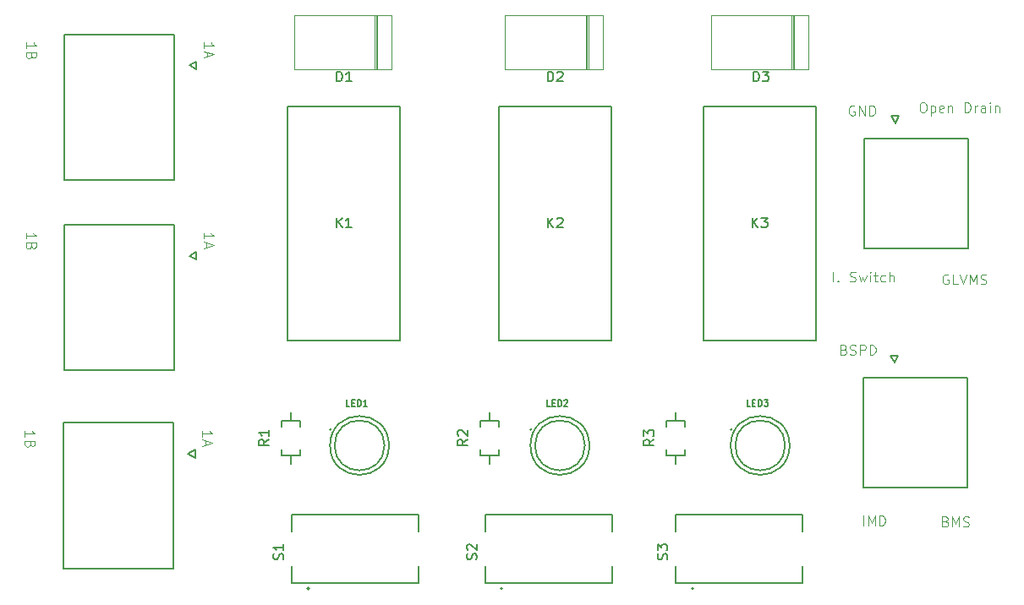
<source format=gbr>
%TF.GenerationSoftware,KiCad,Pcbnew,9.0.0*%
%TF.CreationDate,2025-05-05T23:55:40-07:00*%
%TF.ProjectId,Latchboard V9,4c617463-6862-46f6-9172-642056392e6b,rev?*%
%TF.SameCoordinates,Original*%
%TF.FileFunction,Legend,Top*%
%TF.FilePolarity,Positive*%
%FSLAX46Y46*%
G04 Gerber Fmt 4.6, Leading zero omitted, Abs format (unit mm)*
G04 Created by KiCad (PCBNEW 9.0.0) date 2025-05-05 23:55:40*
%MOMM*%
%LPD*%
G01*
G04 APERTURE LIST*
%ADD10C,0.100000*%
%ADD11C,0.150000*%
%ADD12C,0.127000*%
%ADD13C,0.120000*%
%ADD14C,0.200000*%
%ADD15C,0.152400*%
G04 APERTURE END LIST*
D10*
X70603330Y-61787693D02*
X70603330Y-61216265D01*
X70603330Y-61501979D02*
X71603330Y-61501979D01*
X71603330Y-61501979D02*
X71460473Y-61406741D01*
X71460473Y-61406741D02*
X71365235Y-61311503D01*
X71365235Y-61311503D02*
X71317616Y-61216265D01*
X70889045Y-62168646D02*
X70889045Y-62644836D01*
X70603330Y-62073408D02*
X71603330Y-62406741D01*
X71603330Y-62406741D02*
X70603330Y-62740074D01*
X52823330Y-61787693D02*
X52823330Y-61216265D01*
X52823330Y-61501979D02*
X53823330Y-61501979D01*
X53823330Y-61501979D02*
X53680473Y-61406741D01*
X53680473Y-61406741D02*
X53585235Y-61311503D01*
X53585235Y-61311503D02*
X53537616Y-61216265D01*
X53347140Y-62549598D02*
X53299521Y-62692455D01*
X53299521Y-62692455D02*
X53251902Y-62740074D01*
X53251902Y-62740074D02*
X53156664Y-62787693D01*
X53156664Y-62787693D02*
X53013807Y-62787693D01*
X53013807Y-62787693D02*
X52918569Y-62740074D01*
X52918569Y-62740074D02*
X52870950Y-62692455D01*
X52870950Y-62692455D02*
X52823330Y-62597217D01*
X52823330Y-62597217D02*
X52823330Y-62216265D01*
X52823330Y-62216265D02*
X53823330Y-62216265D01*
X53823330Y-62216265D02*
X53823330Y-62549598D01*
X53823330Y-62549598D02*
X53775711Y-62644836D01*
X53775711Y-62644836D02*
X53728092Y-62692455D01*
X53728092Y-62692455D02*
X53632854Y-62740074D01*
X53632854Y-62740074D02*
X53537616Y-62740074D01*
X53537616Y-62740074D02*
X53442378Y-62692455D01*
X53442378Y-62692455D02*
X53394759Y-62644836D01*
X53394759Y-62644836D02*
X53347140Y-62549598D01*
X53347140Y-62549598D02*
X53347140Y-62216265D01*
X133613884Y-85178169D02*
X133613884Y-84178169D01*
X134090074Y-85082930D02*
X134137693Y-85130550D01*
X134137693Y-85130550D02*
X134090074Y-85178169D01*
X134090074Y-85178169D02*
X134042455Y-85130550D01*
X134042455Y-85130550D02*
X134090074Y-85082930D01*
X134090074Y-85082930D02*
X134090074Y-85178169D01*
X135280550Y-85130550D02*
X135423407Y-85178169D01*
X135423407Y-85178169D02*
X135661502Y-85178169D01*
X135661502Y-85178169D02*
X135756740Y-85130550D01*
X135756740Y-85130550D02*
X135804359Y-85082930D01*
X135804359Y-85082930D02*
X135851978Y-84987692D01*
X135851978Y-84987692D02*
X135851978Y-84892454D01*
X135851978Y-84892454D02*
X135804359Y-84797216D01*
X135804359Y-84797216D02*
X135756740Y-84749597D01*
X135756740Y-84749597D02*
X135661502Y-84701978D01*
X135661502Y-84701978D02*
X135471026Y-84654359D01*
X135471026Y-84654359D02*
X135375788Y-84606740D01*
X135375788Y-84606740D02*
X135328169Y-84559121D01*
X135328169Y-84559121D02*
X135280550Y-84463883D01*
X135280550Y-84463883D02*
X135280550Y-84368645D01*
X135280550Y-84368645D02*
X135328169Y-84273407D01*
X135328169Y-84273407D02*
X135375788Y-84225788D01*
X135375788Y-84225788D02*
X135471026Y-84178169D01*
X135471026Y-84178169D02*
X135709121Y-84178169D01*
X135709121Y-84178169D02*
X135851978Y-84225788D01*
X136185312Y-84511502D02*
X136375788Y-85178169D01*
X136375788Y-85178169D02*
X136566264Y-84701978D01*
X136566264Y-84701978D02*
X136756740Y-85178169D01*
X136756740Y-85178169D02*
X136947216Y-84511502D01*
X137328169Y-85178169D02*
X137328169Y-84511502D01*
X137328169Y-84178169D02*
X137280550Y-84225788D01*
X137280550Y-84225788D02*
X137328169Y-84273407D01*
X137328169Y-84273407D02*
X137375788Y-84225788D01*
X137375788Y-84225788D02*
X137328169Y-84178169D01*
X137328169Y-84178169D02*
X137328169Y-84273407D01*
X137661502Y-84511502D02*
X138042454Y-84511502D01*
X137804359Y-84178169D02*
X137804359Y-85035311D01*
X137804359Y-85035311D02*
X137851978Y-85130550D01*
X137851978Y-85130550D02*
X137947216Y-85178169D01*
X137947216Y-85178169D02*
X138042454Y-85178169D01*
X138804359Y-85130550D02*
X138709121Y-85178169D01*
X138709121Y-85178169D02*
X138518645Y-85178169D01*
X138518645Y-85178169D02*
X138423407Y-85130550D01*
X138423407Y-85130550D02*
X138375788Y-85082930D01*
X138375788Y-85082930D02*
X138328169Y-84987692D01*
X138328169Y-84987692D02*
X138328169Y-84701978D01*
X138328169Y-84701978D02*
X138375788Y-84606740D01*
X138375788Y-84606740D02*
X138423407Y-84559121D01*
X138423407Y-84559121D02*
X138518645Y-84511502D01*
X138518645Y-84511502D02*
X138709121Y-84511502D01*
X138709121Y-84511502D02*
X138804359Y-84559121D01*
X139232931Y-85178169D02*
X139232931Y-84178169D01*
X139661502Y-85178169D02*
X139661502Y-84654359D01*
X139661502Y-84654359D02*
X139613883Y-84559121D01*
X139613883Y-84559121D02*
X139518645Y-84511502D01*
X139518645Y-84511502D02*
X139375788Y-84511502D01*
X139375788Y-84511502D02*
X139280550Y-84559121D01*
X139280550Y-84559121D02*
X139232931Y-84606740D01*
X145137693Y-84470038D02*
X145042455Y-84422419D01*
X145042455Y-84422419D02*
X144899598Y-84422419D01*
X144899598Y-84422419D02*
X144756741Y-84470038D01*
X144756741Y-84470038D02*
X144661503Y-84565276D01*
X144661503Y-84565276D02*
X144613884Y-84660514D01*
X144613884Y-84660514D02*
X144566265Y-84850990D01*
X144566265Y-84850990D02*
X144566265Y-84993847D01*
X144566265Y-84993847D02*
X144613884Y-85184323D01*
X144613884Y-85184323D02*
X144661503Y-85279561D01*
X144661503Y-85279561D02*
X144756741Y-85374800D01*
X144756741Y-85374800D02*
X144899598Y-85422419D01*
X144899598Y-85422419D02*
X144994836Y-85422419D01*
X144994836Y-85422419D02*
X145137693Y-85374800D01*
X145137693Y-85374800D02*
X145185312Y-85327180D01*
X145185312Y-85327180D02*
X145185312Y-84993847D01*
X145185312Y-84993847D02*
X144994836Y-84993847D01*
X146090074Y-85422419D02*
X145613884Y-85422419D01*
X145613884Y-85422419D02*
X145613884Y-84422419D01*
X146280551Y-84422419D02*
X146613884Y-85422419D01*
X146613884Y-85422419D02*
X146947217Y-84422419D01*
X147280551Y-85422419D02*
X147280551Y-84422419D01*
X147280551Y-84422419D02*
X147613884Y-85136704D01*
X147613884Y-85136704D02*
X147947217Y-84422419D01*
X147947217Y-84422419D02*
X147947217Y-85422419D01*
X148375789Y-85374800D02*
X148518646Y-85422419D01*
X148518646Y-85422419D02*
X148756741Y-85422419D01*
X148756741Y-85422419D02*
X148851979Y-85374800D01*
X148851979Y-85374800D02*
X148899598Y-85327180D01*
X148899598Y-85327180D02*
X148947217Y-85231942D01*
X148947217Y-85231942D02*
X148947217Y-85136704D01*
X148947217Y-85136704D02*
X148899598Y-85041466D01*
X148899598Y-85041466D02*
X148851979Y-84993847D01*
X148851979Y-84993847D02*
X148756741Y-84946228D01*
X148756741Y-84946228D02*
X148566265Y-84898609D01*
X148566265Y-84898609D02*
X148471027Y-84850990D01*
X148471027Y-84850990D02*
X148423408Y-84803371D01*
X148423408Y-84803371D02*
X148375789Y-84708133D01*
X148375789Y-84708133D02*
X148375789Y-84612895D01*
X148375789Y-84612895D02*
X148423408Y-84517657D01*
X148423408Y-84517657D02*
X148471027Y-84470038D01*
X148471027Y-84470038D02*
X148566265Y-84422419D01*
X148566265Y-84422419D02*
X148804360Y-84422419D01*
X148804360Y-84422419D02*
X148947217Y-84470038D01*
X142514360Y-67192419D02*
X142704836Y-67192419D01*
X142704836Y-67192419D02*
X142800074Y-67240038D01*
X142800074Y-67240038D02*
X142895312Y-67335276D01*
X142895312Y-67335276D02*
X142942931Y-67525752D01*
X142942931Y-67525752D02*
X142942931Y-67859085D01*
X142942931Y-67859085D02*
X142895312Y-68049561D01*
X142895312Y-68049561D02*
X142800074Y-68144800D01*
X142800074Y-68144800D02*
X142704836Y-68192419D01*
X142704836Y-68192419D02*
X142514360Y-68192419D01*
X142514360Y-68192419D02*
X142419122Y-68144800D01*
X142419122Y-68144800D02*
X142323884Y-68049561D01*
X142323884Y-68049561D02*
X142276265Y-67859085D01*
X142276265Y-67859085D02*
X142276265Y-67525752D01*
X142276265Y-67525752D02*
X142323884Y-67335276D01*
X142323884Y-67335276D02*
X142419122Y-67240038D01*
X142419122Y-67240038D02*
X142514360Y-67192419D01*
X143371503Y-67525752D02*
X143371503Y-68525752D01*
X143371503Y-67573371D02*
X143466741Y-67525752D01*
X143466741Y-67525752D02*
X143657217Y-67525752D01*
X143657217Y-67525752D02*
X143752455Y-67573371D01*
X143752455Y-67573371D02*
X143800074Y-67620990D01*
X143800074Y-67620990D02*
X143847693Y-67716228D01*
X143847693Y-67716228D02*
X143847693Y-68001942D01*
X143847693Y-68001942D02*
X143800074Y-68097180D01*
X143800074Y-68097180D02*
X143752455Y-68144800D01*
X143752455Y-68144800D02*
X143657217Y-68192419D01*
X143657217Y-68192419D02*
X143466741Y-68192419D01*
X143466741Y-68192419D02*
X143371503Y-68144800D01*
X144657217Y-68144800D02*
X144561979Y-68192419D01*
X144561979Y-68192419D02*
X144371503Y-68192419D01*
X144371503Y-68192419D02*
X144276265Y-68144800D01*
X144276265Y-68144800D02*
X144228646Y-68049561D01*
X144228646Y-68049561D02*
X144228646Y-67668609D01*
X144228646Y-67668609D02*
X144276265Y-67573371D01*
X144276265Y-67573371D02*
X144371503Y-67525752D01*
X144371503Y-67525752D02*
X144561979Y-67525752D01*
X144561979Y-67525752D02*
X144657217Y-67573371D01*
X144657217Y-67573371D02*
X144704836Y-67668609D01*
X144704836Y-67668609D02*
X144704836Y-67763847D01*
X144704836Y-67763847D02*
X144228646Y-67859085D01*
X145133408Y-67525752D02*
X145133408Y-68192419D01*
X145133408Y-67620990D02*
X145181027Y-67573371D01*
X145181027Y-67573371D02*
X145276265Y-67525752D01*
X145276265Y-67525752D02*
X145419122Y-67525752D01*
X145419122Y-67525752D02*
X145514360Y-67573371D01*
X145514360Y-67573371D02*
X145561979Y-67668609D01*
X145561979Y-67668609D02*
X145561979Y-68192419D01*
X146800075Y-68192419D02*
X146800075Y-67192419D01*
X146800075Y-67192419D02*
X147038170Y-67192419D01*
X147038170Y-67192419D02*
X147181027Y-67240038D01*
X147181027Y-67240038D02*
X147276265Y-67335276D01*
X147276265Y-67335276D02*
X147323884Y-67430514D01*
X147323884Y-67430514D02*
X147371503Y-67620990D01*
X147371503Y-67620990D02*
X147371503Y-67763847D01*
X147371503Y-67763847D02*
X147323884Y-67954323D01*
X147323884Y-67954323D02*
X147276265Y-68049561D01*
X147276265Y-68049561D02*
X147181027Y-68144800D01*
X147181027Y-68144800D02*
X147038170Y-68192419D01*
X147038170Y-68192419D02*
X146800075Y-68192419D01*
X147800075Y-68192419D02*
X147800075Y-67525752D01*
X147800075Y-67716228D02*
X147847694Y-67620990D01*
X147847694Y-67620990D02*
X147895313Y-67573371D01*
X147895313Y-67573371D02*
X147990551Y-67525752D01*
X147990551Y-67525752D02*
X148085789Y-67525752D01*
X148847694Y-68192419D02*
X148847694Y-67668609D01*
X148847694Y-67668609D02*
X148800075Y-67573371D01*
X148800075Y-67573371D02*
X148704837Y-67525752D01*
X148704837Y-67525752D02*
X148514361Y-67525752D01*
X148514361Y-67525752D02*
X148419123Y-67573371D01*
X148847694Y-68144800D02*
X148752456Y-68192419D01*
X148752456Y-68192419D02*
X148514361Y-68192419D01*
X148514361Y-68192419D02*
X148419123Y-68144800D01*
X148419123Y-68144800D02*
X148371504Y-68049561D01*
X148371504Y-68049561D02*
X148371504Y-67954323D01*
X148371504Y-67954323D02*
X148419123Y-67859085D01*
X148419123Y-67859085D02*
X148514361Y-67811466D01*
X148514361Y-67811466D02*
X148752456Y-67811466D01*
X148752456Y-67811466D02*
X148847694Y-67763847D01*
X149323885Y-68192419D02*
X149323885Y-67525752D01*
X149323885Y-67192419D02*
X149276266Y-67240038D01*
X149276266Y-67240038D02*
X149323885Y-67287657D01*
X149323885Y-67287657D02*
X149371504Y-67240038D01*
X149371504Y-67240038D02*
X149323885Y-67192419D01*
X149323885Y-67192419D02*
X149323885Y-67287657D01*
X149800075Y-67525752D02*
X149800075Y-68192419D01*
X149800075Y-67620990D02*
X149847694Y-67573371D01*
X149847694Y-67573371D02*
X149942932Y-67525752D01*
X149942932Y-67525752D02*
X150085789Y-67525752D01*
X150085789Y-67525752D02*
X150181027Y-67573371D01*
X150181027Y-67573371D02*
X150228646Y-67668609D01*
X150228646Y-67668609D02*
X150228646Y-68192419D01*
X135737693Y-67570038D02*
X135642455Y-67522419D01*
X135642455Y-67522419D02*
X135499598Y-67522419D01*
X135499598Y-67522419D02*
X135356741Y-67570038D01*
X135356741Y-67570038D02*
X135261503Y-67665276D01*
X135261503Y-67665276D02*
X135213884Y-67760514D01*
X135213884Y-67760514D02*
X135166265Y-67950990D01*
X135166265Y-67950990D02*
X135166265Y-68093847D01*
X135166265Y-68093847D02*
X135213884Y-68284323D01*
X135213884Y-68284323D02*
X135261503Y-68379561D01*
X135261503Y-68379561D02*
X135356741Y-68474800D01*
X135356741Y-68474800D02*
X135499598Y-68522419D01*
X135499598Y-68522419D02*
X135594836Y-68522419D01*
X135594836Y-68522419D02*
X135737693Y-68474800D01*
X135737693Y-68474800D02*
X135785312Y-68427180D01*
X135785312Y-68427180D02*
X135785312Y-68093847D01*
X135785312Y-68093847D02*
X135594836Y-68093847D01*
X136213884Y-68522419D02*
X136213884Y-67522419D01*
X136213884Y-67522419D02*
X136785312Y-68522419D01*
X136785312Y-68522419D02*
X136785312Y-67522419D01*
X137261503Y-68522419D02*
X137261503Y-67522419D01*
X137261503Y-67522419D02*
X137499598Y-67522419D01*
X137499598Y-67522419D02*
X137642455Y-67570038D01*
X137642455Y-67570038D02*
X137737693Y-67665276D01*
X137737693Y-67665276D02*
X137785312Y-67760514D01*
X137785312Y-67760514D02*
X137832931Y-67950990D01*
X137832931Y-67950990D02*
X137832931Y-68093847D01*
X137832931Y-68093847D02*
X137785312Y-68284323D01*
X137785312Y-68284323D02*
X137737693Y-68379561D01*
X137737693Y-68379561D02*
X137642455Y-68474800D01*
X137642455Y-68474800D02*
X137499598Y-68522419D01*
X137499598Y-68522419D02*
X137261503Y-68522419D01*
X134677217Y-91982859D02*
X134820074Y-92030478D01*
X134820074Y-92030478D02*
X134867693Y-92078097D01*
X134867693Y-92078097D02*
X134915312Y-92173335D01*
X134915312Y-92173335D02*
X134915312Y-92316192D01*
X134915312Y-92316192D02*
X134867693Y-92411430D01*
X134867693Y-92411430D02*
X134820074Y-92459050D01*
X134820074Y-92459050D02*
X134724836Y-92506669D01*
X134724836Y-92506669D02*
X134343884Y-92506669D01*
X134343884Y-92506669D02*
X134343884Y-91506669D01*
X134343884Y-91506669D02*
X134677217Y-91506669D01*
X134677217Y-91506669D02*
X134772455Y-91554288D01*
X134772455Y-91554288D02*
X134820074Y-91601907D01*
X134820074Y-91601907D02*
X134867693Y-91697145D01*
X134867693Y-91697145D02*
X134867693Y-91792383D01*
X134867693Y-91792383D02*
X134820074Y-91887621D01*
X134820074Y-91887621D02*
X134772455Y-91935240D01*
X134772455Y-91935240D02*
X134677217Y-91982859D01*
X134677217Y-91982859D02*
X134343884Y-91982859D01*
X135296265Y-92459050D02*
X135439122Y-92506669D01*
X135439122Y-92506669D02*
X135677217Y-92506669D01*
X135677217Y-92506669D02*
X135772455Y-92459050D01*
X135772455Y-92459050D02*
X135820074Y-92411430D01*
X135820074Y-92411430D02*
X135867693Y-92316192D01*
X135867693Y-92316192D02*
X135867693Y-92220954D01*
X135867693Y-92220954D02*
X135820074Y-92125716D01*
X135820074Y-92125716D02*
X135772455Y-92078097D01*
X135772455Y-92078097D02*
X135677217Y-92030478D01*
X135677217Y-92030478D02*
X135486741Y-91982859D01*
X135486741Y-91982859D02*
X135391503Y-91935240D01*
X135391503Y-91935240D02*
X135343884Y-91887621D01*
X135343884Y-91887621D02*
X135296265Y-91792383D01*
X135296265Y-91792383D02*
X135296265Y-91697145D01*
X135296265Y-91697145D02*
X135343884Y-91601907D01*
X135343884Y-91601907D02*
X135391503Y-91554288D01*
X135391503Y-91554288D02*
X135486741Y-91506669D01*
X135486741Y-91506669D02*
X135724836Y-91506669D01*
X135724836Y-91506669D02*
X135867693Y-91554288D01*
X136296265Y-92506669D02*
X136296265Y-91506669D01*
X136296265Y-91506669D02*
X136677217Y-91506669D01*
X136677217Y-91506669D02*
X136772455Y-91554288D01*
X136772455Y-91554288D02*
X136820074Y-91601907D01*
X136820074Y-91601907D02*
X136867693Y-91697145D01*
X136867693Y-91697145D02*
X136867693Y-91840002D01*
X136867693Y-91840002D02*
X136820074Y-91935240D01*
X136820074Y-91935240D02*
X136772455Y-91982859D01*
X136772455Y-91982859D02*
X136677217Y-92030478D01*
X136677217Y-92030478D02*
X136296265Y-92030478D01*
X137296265Y-92506669D02*
X137296265Y-91506669D01*
X137296265Y-91506669D02*
X137534360Y-91506669D01*
X137534360Y-91506669D02*
X137677217Y-91554288D01*
X137677217Y-91554288D02*
X137772455Y-91649526D01*
X137772455Y-91649526D02*
X137820074Y-91744764D01*
X137820074Y-91744764D02*
X137867693Y-91935240D01*
X137867693Y-91935240D02*
X137867693Y-92078097D01*
X137867693Y-92078097D02*
X137820074Y-92268573D01*
X137820074Y-92268573D02*
X137772455Y-92363811D01*
X137772455Y-92363811D02*
X137677217Y-92459050D01*
X137677217Y-92459050D02*
X137534360Y-92506669D01*
X137534360Y-92506669D02*
X137296265Y-92506669D01*
X144877217Y-109182859D02*
X145020074Y-109230478D01*
X145020074Y-109230478D02*
X145067693Y-109278097D01*
X145067693Y-109278097D02*
X145115312Y-109373335D01*
X145115312Y-109373335D02*
X145115312Y-109516192D01*
X145115312Y-109516192D02*
X145067693Y-109611430D01*
X145067693Y-109611430D02*
X145020074Y-109659050D01*
X145020074Y-109659050D02*
X144924836Y-109706669D01*
X144924836Y-109706669D02*
X144543884Y-109706669D01*
X144543884Y-109706669D02*
X144543884Y-108706669D01*
X144543884Y-108706669D02*
X144877217Y-108706669D01*
X144877217Y-108706669D02*
X144972455Y-108754288D01*
X144972455Y-108754288D02*
X145020074Y-108801907D01*
X145020074Y-108801907D02*
X145067693Y-108897145D01*
X145067693Y-108897145D02*
X145067693Y-108992383D01*
X145067693Y-108992383D02*
X145020074Y-109087621D01*
X145020074Y-109087621D02*
X144972455Y-109135240D01*
X144972455Y-109135240D02*
X144877217Y-109182859D01*
X144877217Y-109182859D02*
X144543884Y-109182859D01*
X145543884Y-109706669D02*
X145543884Y-108706669D01*
X145543884Y-108706669D02*
X145877217Y-109420954D01*
X145877217Y-109420954D02*
X146210550Y-108706669D01*
X146210550Y-108706669D02*
X146210550Y-109706669D01*
X146639122Y-109659050D02*
X146781979Y-109706669D01*
X146781979Y-109706669D02*
X147020074Y-109706669D01*
X147020074Y-109706669D02*
X147115312Y-109659050D01*
X147115312Y-109659050D02*
X147162931Y-109611430D01*
X147162931Y-109611430D02*
X147210550Y-109516192D01*
X147210550Y-109516192D02*
X147210550Y-109420954D01*
X147210550Y-109420954D02*
X147162931Y-109325716D01*
X147162931Y-109325716D02*
X147115312Y-109278097D01*
X147115312Y-109278097D02*
X147020074Y-109230478D01*
X147020074Y-109230478D02*
X146829598Y-109182859D01*
X146829598Y-109182859D02*
X146734360Y-109135240D01*
X146734360Y-109135240D02*
X146686741Y-109087621D01*
X146686741Y-109087621D02*
X146639122Y-108992383D01*
X146639122Y-108992383D02*
X146639122Y-108897145D01*
X146639122Y-108897145D02*
X146686741Y-108801907D01*
X146686741Y-108801907D02*
X146734360Y-108754288D01*
X146734360Y-108754288D02*
X146829598Y-108706669D01*
X146829598Y-108706669D02*
X147067693Y-108706669D01*
X147067693Y-108706669D02*
X147210550Y-108754288D01*
X136643884Y-109606669D02*
X136643884Y-108606669D01*
X137120074Y-109606669D02*
X137120074Y-108606669D01*
X137120074Y-108606669D02*
X137453407Y-109320954D01*
X137453407Y-109320954D02*
X137786740Y-108606669D01*
X137786740Y-108606669D02*
X137786740Y-109606669D01*
X138262931Y-109606669D02*
X138262931Y-108606669D01*
X138262931Y-108606669D02*
X138501026Y-108606669D01*
X138501026Y-108606669D02*
X138643883Y-108654288D01*
X138643883Y-108654288D02*
X138739121Y-108749526D01*
X138739121Y-108749526D02*
X138786740Y-108844764D01*
X138786740Y-108844764D02*
X138834359Y-109035240D01*
X138834359Y-109035240D02*
X138834359Y-109178097D01*
X138834359Y-109178097D02*
X138786740Y-109368573D01*
X138786740Y-109368573D02*
X138739121Y-109463811D01*
X138739121Y-109463811D02*
X138643883Y-109559050D01*
X138643883Y-109559050D02*
X138501026Y-109606669D01*
X138501026Y-109606669D02*
X138262931Y-109606669D01*
X70577580Y-80857693D02*
X70577580Y-80286265D01*
X70577580Y-80571979D02*
X71577580Y-80571979D01*
X71577580Y-80571979D02*
X71434723Y-80476741D01*
X71434723Y-80476741D02*
X71339485Y-80381503D01*
X71339485Y-80381503D02*
X71291866Y-80286265D01*
X70863295Y-81238646D02*
X70863295Y-81714836D01*
X70577580Y-81143408D02*
X71577580Y-81476741D01*
X71577580Y-81476741D02*
X70577580Y-81810074D01*
X52797580Y-80857693D02*
X52797580Y-80286265D01*
X52797580Y-80571979D02*
X53797580Y-80571979D01*
X53797580Y-80571979D02*
X53654723Y-80476741D01*
X53654723Y-80476741D02*
X53559485Y-80381503D01*
X53559485Y-80381503D02*
X53511866Y-80286265D01*
X53321390Y-81619598D02*
X53273771Y-81762455D01*
X53273771Y-81762455D02*
X53226152Y-81810074D01*
X53226152Y-81810074D02*
X53130914Y-81857693D01*
X53130914Y-81857693D02*
X52988057Y-81857693D01*
X52988057Y-81857693D02*
X52892819Y-81810074D01*
X52892819Y-81810074D02*
X52845200Y-81762455D01*
X52845200Y-81762455D02*
X52797580Y-81667217D01*
X52797580Y-81667217D02*
X52797580Y-81286265D01*
X52797580Y-81286265D02*
X53797580Y-81286265D01*
X53797580Y-81286265D02*
X53797580Y-81619598D01*
X53797580Y-81619598D02*
X53749961Y-81714836D01*
X53749961Y-81714836D02*
X53702342Y-81762455D01*
X53702342Y-81762455D02*
X53607104Y-81810074D01*
X53607104Y-81810074D02*
X53511866Y-81810074D01*
X53511866Y-81810074D02*
X53416628Y-81762455D01*
X53416628Y-81762455D02*
X53369009Y-81714836D01*
X53369009Y-81714836D02*
X53321390Y-81619598D01*
X53321390Y-81619598D02*
X53321390Y-81286265D01*
X70457580Y-100697693D02*
X70457580Y-100126265D01*
X70457580Y-100411979D02*
X71457580Y-100411979D01*
X71457580Y-100411979D02*
X71314723Y-100316741D01*
X71314723Y-100316741D02*
X71219485Y-100221503D01*
X71219485Y-100221503D02*
X71171866Y-100126265D01*
X70743295Y-101078646D02*
X70743295Y-101554836D01*
X70457580Y-100983408D02*
X71457580Y-101316741D01*
X71457580Y-101316741D02*
X70457580Y-101650074D01*
X52677580Y-100697693D02*
X52677580Y-100126265D01*
X52677580Y-100411979D02*
X53677580Y-100411979D01*
X53677580Y-100411979D02*
X53534723Y-100316741D01*
X53534723Y-100316741D02*
X53439485Y-100221503D01*
X53439485Y-100221503D02*
X53391866Y-100126265D01*
X53201390Y-101459598D02*
X53153771Y-101602455D01*
X53153771Y-101602455D02*
X53106152Y-101650074D01*
X53106152Y-101650074D02*
X53010914Y-101697693D01*
X53010914Y-101697693D02*
X52868057Y-101697693D01*
X52868057Y-101697693D02*
X52772819Y-101650074D01*
X52772819Y-101650074D02*
X52725200Y-101602455D01*
X52725200Y-101602455D02*
X52677580Y-101507217D01*
X52677580Y-101507217D02*
X52677580Y-101126265D01*
X52677580Y-101126265D02*
X53677580Y-101126265D01*
X53677580Y-101126265D02*
X53677580Y-101459598D01*
X53677580Y-101459598D02*
X53629961Y-101554836D01*
X53629961Y-101554836D02*
X53582342Y-101602455D01*
X53582342Y-101602455D02*
X53487104Y-101650074D01*
X53487104Y-101650074D02*
X53391866Y-101650074D01*
X53391866Y-101650074D02*
X53296628Y-101602455D01*
X53296628Y-101602455D02*
X53249009Y-101554836D01*
X53249009Y-101554836D02*
X53201390Y-101459598D01*
X53201390Y-101459598D02*
X53201390Y-101126265D01*
D11*
X105021905Y-65114819D02*
X105021905Y-64114819D01*
X105021905Y-64114819D02*
X105260000Y-64114819D01*
X105260000Y-64114819D02*
X105402857Y-64162438D01*
X105402857Y-64162438D02*
X105498095Y-64257676D01*
X105498095Y-64257676D02*
X105545714Y-64352914D01*
X105545714Y-64352914D02*
X105593333Y-64543390D01*
X105593333Y-64543390D02*
X105593333Y-64686247D01*
X105593333Y-64686247D02*
X105545714Y-64876723D01*
X105545714Y-64876723D02*
X105498095Y-64971961D01*
X105498095Y-64971961D02*
X105402857Y-65067200D01*
X105402857Y-65067200D02*
X105260000Y-65114819D01*
X105260000Y-65114819D02*
X105021905Y-65114819D01*
X105974286Y-64210057D02*
X106021905Y-64162438D01*
X106021905Y-64162438D02*
X106117143Y-64114819D01*
X106117143Y-64114819D02*
X106355238Y-64114819D01*
X106355238Y-64114819D02*
X106450476Y-64162438D01*
X106450476Y-64162438D02*
X106498095Y-64210057D01*
X106498095Y-64210057D02*
X106545714Y-64305295D01*
X106545714Y-64305295D02*
X106545714Y-64400533D01*
X106545714Y-64400533D02*
X106498095Y-64543390D01*
X106498095Y-64543390D02*
X105926667Y-65114819D01*
X105926667Y-65114819D02*
X106545714Y-65114819D01*
X77105546Y-100987245D02*
X76628988Y-101320835D01*
X77105546Y-101559114D02*
X76104774Y-101559114D01*
X76104774Y-101559114D02*
X76104774Y-101177868D01*
X76104774Y-101177868D02*
X76152430Y-101082556D01*
X76152430Y-101082556D02*
X76200086Y-101034901D01*
X76200086Y-101034901D02*
X76295398Y-100987245D01*
X76295398Y-100987245D02*
X76438365Y-100987245D01*
X76438365Y-100987245D02*
X76533677Y-101034901D01*
X76533677Y-101034901D02*
X76581332Y-101082556D01*
X76581332Y-101082556D02*
X76628988Y-101177868D01*
X76628988Y-101177868D02*
X76628988Y-101559114D01*
X77105546Y-100034129D02*
X77105546Y-100605998D01*
X77105546Y-100320063D02*
X76104774Y-100320063D01*
X76104774Y-100320063D02*
X76247742Y-100415375D01*
X76247742Y-100415375D02*
X76343053Y-100510687D01*
X76343053Y-100510687D02*
X76390709Y-100605998D01*
X116982200Y-113011154D02*
X117029819Y-112868297D01*
X117029819Y-112868297D02*
X117029819Y-112630202D01*
X117029819Y-112630202D02*
X116982200Y-112534964D01*
X116982200Y-112534964D02*
X116934580Y-112487345D01*
X116934580Y-112487345D02*
X116839342Y-112439726D01*
X116839342Y-112439726D02*
X116744104Y-112439726D01*
X116744104Y-112439726D02*
X116648866Y-112487345D01*
X116648866Y-112487345D02*
X116601247Y-112534964D01*
X116601247Y-112534964D02*
X116553628Y-112630202D01*
X116553628Y-112630202D02*
X116506009Y-112820678D01*
X116506009Y-112820678D02*
X116458390Y-112915916D01*
X116458390Y-112915916D02*
X116410771Y-112963535D01*
X116410771Y-112963535D02*
X116315533Y-113011154D01*
X116315533Y-113011154D02*
X116220295Y-113011154D01*
X116220295Y-113011154D02*
X116125057Y-112963535D01*
X116125057Y-112963535D02*
X116077438Y-112915916D01*
X116077438Y-112915916D02*
X116029819Y-112820678D01*
X116029819Y-112820678D02*
X116029819Y-112582583D01*
X116029819Y-112582583D02*
X116077438Y-112439726D01*
X116029819Y-112106392D02*
X116029819Y-111487345D01*
X116029819Y-111487345D02*
X116410771Y-111820678D01*
X116410771Y-111820678D02*
X116410771Y-111677821D01*
X116410771Y-111677821D02*
X116458390Y-111582583D01*
X116458390Y-111582583D02*
X116506009Y-111534964D01*
X116506009Y-111534964D02*
X116601247Y-111487345D01*
X116601247Y-111487345D02*
X116839342Y-111487345D01*
X116839342Y-111487345D02*
X116934580Y-111534964D01*
X116934580Y-111534964D02*
X116982200Y-111582583D01*
X116982200Y-111582583D02*
X117029819Y-111677821D01*
X117029819Y-111677821D02*
X117029819Y-111963535D01*
X117029819Y-111963535D02*
X116982200Y-112058773D01*
X116982200Y-112058773D02*
X116934580Y-112106392D01*
X83881905Y-65114819D02*
X83881905Y-64114819D01*
X83881905Y-64114819D02*
X84120000Y-64114819D01*
X84120000Y-64114819D02*
X84262857Y-64162438D01*
X84262857Y-64162438D02*
X84358095Y-64257676D01*
X84358095Y-64257676D02*
X84405714Y-64352914D01*
X84405714Y-64352914D02*
X84453333Y-64543390D01*
X84453333Y-64543390D02*
X84453333Y-64686247D01*
X84453333Y-64686247D02*
X84405714Y-64876723D01*
X84405714Y-64876723D02*
X84358095Y-64971961D01*
X84358095Y-64971961D02*
X84262857Y-65067200D01*
X84262857Y-65067200D02*
X84120000Y-65114819D01*
X84120000Y-65114819D02*
X83881905Y-65114819D01*
X85405714Y-65114819D02*
X84834286Y-65114819D01*
X85120000Y-65114819D02*
X85120000Y-64114819D01*
X85120000Y-64114819D02*
X85024762Y-64257676D01*
X85024762Y-64257676D02*
X84929524Y-64352914D01*
X84929524Y-64352914D02*
X84834286Y-64400533D01*
X125313932Y-97654416D02*
X125008588Y-97654416D01*
X125008588Y-97654416D02*
X125008588Y-97013194D01*
X125527672Y-97318538D02*
X125741413Y-97318538D01*
X125833016Y-97654416D02*
X125527672Y-97654416D01*
X125527672Y-97654416D02*
X125527672Y-97013194D01*
X125527672Y-97013194D02*
X125833016Y-97013194D01*
X126107825Y-97654416D02*
X126107825Y-97013194D01*
X126107825Y-97013194D02*
X126260497Y-97013194D01*
X126260497Y-97013194D02*
X126352100Y-97043728D01*
X126352100Y-97043728D02*
X126413169Y-97104797D01*
X126413169Y-97104797D02*
X126443704Y-97165866D01*
X126443704Y-97165866D02*
X126474238Y-97288003D01*
X126474238Y-97288003D02*
X126474238Y-97379606D01*
X126474238Y-97379606D02*
X126443704Y-97501744D01*
X126443704Y-97501744D02*
X126413169Y-97562813D01*
X126413169Y-97562813D02*
X126352100Y-97623882D01*
X126352100Y-97623882D02*
X126260497Y-97654416D01*
X126260497Y-97654416D02*
X126107825Y-97654416D01*
X126687979Y-97013194D02*
X127084926Y-97013194D01*
X127084926Y-97013194D02*
X126871185Y-97257469D01*
X126871185Y-97257469D02*
X126962788Y-97257469D01*
X126962788Y-97257469D02*
X127023857Y-97288003D01*
X127023857Y-97288003D02*
X127054391Y-97318538D01*
X127054391Y-97318538D02*
X127084926Y-97379606D01*
X127084926Y-97379606D02*
X127084926Y-97532278D01*
X127084926Y-97532278D02*
X127054391Y-97593347D01*
X127054391Y-97593347D02*
X127023857Y-97623882D01*
X127023857Y-97623882D02*
X126962788Y-97654416D01*
X126962788Y-97654416D02*
X126779582Y-97654416D01*
X126779582Y-97654416D02*
X126718513Y-97623882D01*
X126718513Y-97623882D02*
X126687979Y-97593347D01*
X125621905Y-65114819D02*
X125621905Y-64114819D01*
X125621905Y-64114819D02*
X125860000Y-64114819D01*
X125860000Y-64114819D02*
X126002857Y-64162438D01*
X126002857Y-64162438D02*
X126098095Y-64257676D01*
X126098095Y-64257676D02*
X126145714Y-64352914D01*
X126145714Y-64352914D02*
X126193333Y-64543390D01*
X126193333Y-64543390D02*
X126193333Y-64686247D01*
X126193333Y-64686247D02*
X126145714Y-64876723D01*
X126145714Y-64876723D02*
X126098095Y-64971961D01*
X126098095Y-64971961D02*
X126002857Y-65067200D01*
X126002857Y-65067200D02*
X125860000Y-65114819D01*
X125860000Y-65114819D02*
X125621905Y-65114819D01*
X126526667Y-64114819D02*
X127145714Y-64114819D01*
X127145714Y-64114819D02*
X126812381Y-64495771D01*
X126812381Y-64495771D02*
X126955238Y-64495771D01*
X126955238Y-64495771D02*
X127050476Y-64543390D01*
X127050476Y-64543390D02*
X127098095Y-64591009D01*
X127098095Y-64591009D02*
X127145714Y-64686247D01*
X127145714Y-64686247D02*
X127145714Y-64924342D01*
X127145714Y-64924342D02*
X127098095Y-65019580D01*
X127098095Y-65019580D02*
X127050476Y-65067200D01*
X127050476Y-65067200D02*
X126955238Y-65114819D01*
X126955238Y-65114819D02*
X126669524Y-65114819D01*
X126669524Y-65114819D02*
X126574286Y-65067200D01*
X126574286Y-65067200D02*
X126526667Y-65019580D01*
X85193932Y-97654416D02*
X84888588Y-97654416D01*
X84888588Y-97654416D02*
X84888588Y-97013194D01*
X85407672Y-97318538D02*
X85621413Y-97318538D01*
X85713016Y-97654416D02*
X85407672Y-97654416D01*
X85407672Y-97654416D02*
X85407672Y-97013194D01*
X85407672Y-97013194D02*
X85713016Y-97013194D01*
X85987825Y-97654416D02*
X85987825Y-97013194D01*
X85987825Y-97013194D02*
X86140497Y-97013194D01*
X86140497Y-97013194D02*
X86232100Y-97043728D01*
X86232100Y-97043728D02*
X86293169Y-97104797D01*
X86293169Y-97104797D02*
X86323704Y-97165866D01*
X86323704Y-97165866D02*
X86354238Y-97288003D01*
X86354238Y-97288003D02*
X86354238Y-97379606D01*
X86354238Y-97379606D02*
X86323704Y-97501744D01*
X86323704Y-97501744D02*
X86293169Y-97562813D01*
X86293169Y-97562813D02*
X86232100Y-97623882D01*
X86232100Y-97623882D02*
X86140497Y-97654416D01*
X86140497Y-97654416D02*
X85987825Y-97654416D01*
X86964926Y-97654416D02*
X86598513Y-97654416D01*
X86781719Y-97654416D02*
X86781719Y-97013194D01*
X86781719Y-97013194D02*
X86720651Y-97104797D01*
X86720651Y-97104797D02*
X86659582Y-97165866D01*
X86659582Y-97165866D02*
X86598513Y-97196400D01*
X97005546Y-100987245D02*
X96528988Y-101320835D01*
X97005546Y-101559114D02*
X96004774Y-101559114D01*
X96004774Y-101559114D02*
X96004774Y-101177868D01*
X96004774Y-101177868D02*
X96052430Y-101082556D01*
X96052430Y-101082556D02*
X96100086Y-101034901D01*
X96100086Y-101034901D02*
X96195398Y-100987245D01*
X96195398Y-100987245D02*
X96338365Y-100987245D01*
X96338365Y-100987245D02*
X96433677Y-101034901D01*
X96433677Y-101034901D02*
X96481332Y-101082556D01*
X96481332Y-101082556D02*
X96528988Y-101177868D01*
X96528988Y-101177868D02*
X96528988Y-101559114D01*
X96100086Y-100605998D02*
X96052430Y-100558342D01*
X96052430Y-100558342D02*
X96004774Y-100463031D01*
X96004774Y-100463031D02*
X96004774Y-100224752D01*
X96004774Y-100224752D02*
X96052430Y-100129440D01*
X96052430Y-100129440D02*
X96100086Y-100081784D01*
X96100086Y-100081784D02*
X96195398Y-100034129D01*
X96195398Y-100034129D02*
X96290709Y-100034129D01*
X96290709Y-100034129D02*
X96433677Y-100081784D01*
X96433677Y-100081784D02*
X97005546Y-100653654D01*
X97005546Y-100653654D02*
X97005546Y-100034129D01*
X125501905Y-79759919D02*
X125501905Y-78759919D01*
X126073333Y-79759919D02*
X125644762Y-79188490D01*
X126073333Y-78759919D02*
X125501905Y-79331347D01*
X126406667Y-78759919D02*
X127025714Y-78759919D01*
X127025714Y-78759919D02*
X126692381Y-79140871D01*
X126692381Y-79140871D02*
X126835238Y-79140871D01*
X126835238Y-79140871D02*
X126930476Y-79188490D01*
X126930476Y-79188490D02*
X126978095Y-79236109D01*
X126978095Y-79236109D02*
X127025714Y-79331347D01*
X127025714Y-79331347D02*
X127025714Y-79569442D01*
X127025714Y-79569442D02*
X126978095Y-79664680D01*
X126978095Y-79664680D02*
X126930476Y-79712300D01*
X126930476Y-79712300D02*
X126835238Y-79759919D01*
X126835238Y-79759919D02*
X126549524Y-79759919D01*
X126549524Y-79759919D02*
X126454286Y-79712300D01*
X126454286Y-79712300D02*
X126406667Y-79664680D01*
X105011905Y-79759919D02*
X105011905Y-78759919D01*
X105583333Y-79759919D02*
X105154762Y-79188490D01*
X105583333Y-78759919D02*
X105011905Y-79331347D01*
X105964286Y-78855157D02*
X106011905Y-78807538D01*
X106011905Y-78807538D02*
X106107143Y-78759919D01*
X106107143Y-78759919D02*
X106345238Y-78759919D01*
X106345238Y-78759919D02*
X106440476Y-78807538D01*
X106440476Y-78807538D02*
X106488095Y-78855157D01*
X106488095Y-78855157D02*
X106535714Y-78950395D01*
X106535714Y-78950395D02*
X106535714Y-79045633D01*
X106535714Y-79045633D02*
X106488095Y-79188490D01*
X106488095Y-79188490D02*
X105916667Y-79759919D01*
X105916667Y-79759919D02*
X106535714Y-79759919D01*
X83871905Y-79759919D02*
X83871905Y-78759919D01*
X84443333Y-79759919D02*
X84014762Y-79188490D01*
X84443333Y-78759919D02*
X83871905Y-79331347D01*
X85395714Y-79759919D02*
X84824286Y-79759919D01*
X85110000Y-79759919D02*
X85110000Y-78759919D01*
X85110000Y-78759919D02*
X85014762Y-78902776D01*
X85014762Y-78902776D02*
X84919524Y-78998014D01*
X84919524Y-78998014D02*
X84824286Y-79045633D01*
X115655546Y-100987245D02*
X115178988Y-101320835D01*
X115655546Y-101559114D02*
X114654774Y-101559114D01*
X114654774Y-101559114D02*
X114654774Y-101177868D01*
X114654774Y-101177868D02*
X114702430Y-101082556D01*
X114702430Y-101082556D02*
X114750086Y-101034901D01*
X114750086Y-101034901D02*
X114845398Y-100987245D01*
X114845398Y-100987245D02*
X114988365Y-100987245D01*
X114988365Y-100987245D02*
X115083677Y-101034901D01*
X115083677Y-101034901D02*
X115131332Y-101082556D01*
X115131332Y-101082556D02*
X115178988Y-101177868D01*
X115178988Y-101177868D02*
X115178988Y-101559114D01*
X114654774Y-100653654D02*
X114654774Y-100034129D01*
X114654774Y-100034129D02*
X115036021Y-100367719D01*
X115036021Y-100367719D02*
X115036021Y-100224752D01*
X115036021Y-100224752D02*
X115083677Y-100129440D01*
X115083677Y-100129440D02*
X115131332Y-100081784D01*
X115131332Y-100081784D02*
X115226644Y-100034129D01*
X115226644Y-100034129D02*
X115464923Y-100034129D01*
X115464923Y-100034129D02*
X115560235Y-100081784D01*
X115560235Y-100081784D02*
X115607891Y-100129440D01*
X115607891Y-100129440D02*
X115655546Y-100224752D01*
X115655546Y-100224752D02*
X115655546Y-100510687D01*
X115655546Y-100510687D02*
X115607891Y-100605998D01*
X115607891Y-100605998D02*
X115560235Y-100653654D01*
X105263932Y-97654416D02*
X104958588Y-97654416D01*
X104958588Y-97654416D02*
X104958588Y-97013194D01*
X105477672Y-97318538D02*
X105691413Y-97318538D01*
X105783016Y-97654416D02*
X105477672Y-97654416D01*
X105477672Y-97654416D02*
X105477672Y-97013194D01*
X105477672Y-97013194D02*
X105783016Y-97013194D01*
X106057825Y-97654416D02*
X106057825Y-97013194D01*
X106057825Y-97013194D02*
X106210497Y-97013194D01*
X106210497Y-97013194D02*
X106302100Y-97043728D01*
X106302100Y-97043728D02*
X106363169Y-97104797D01*
X106363169Y-97104797D02*
X106393704Y-97165866D01*
X106393704Y-97165866D02*
X106424238Y-97288003D01*
X106424238Y-97288003D02*
X106424238Y-97379606D01*
X106424238Y-97379606D02*
X106393704Y-97501744D01*
X106393704Y-97501744D02*
X106363169Y-97562813D01*
X106363169Y-97562813D02*
X106302100Y-97623882D01*
X106302100Y-97623882D02*
X106210497Y-97654416D01*
X106210497Y-97654416D02*
X106057825Y-97654416D01*
X106668513Y-97074263D02*
X106699047Y-97043728D01*
X106699047Y-97043728D02*
X106760116Y-97013194D01*
X106760116Y-97013194D02*
X106912788Y-97013194D01*
X106912788Y-97013194D02*
X106973857Y-97043728D01*
X106973857Y-97043728D02*
X107004391Y-97074263D01*
X107004391Y-97074263D02*
X107034926Y-97135331D01*
X107034926Y-97135331D02*
X107034926Y-97196400D01*
X107034926Y-97196400D02*
X107004391Y-97288003D01*
X107004391Y-97288003D02*
X106637979Y-97654416D01*
X106637979Y-97654416D02*
X107034926Y-97654416D01*
X97872200Y-113011154D02*
X97919819Y-112868297D01*
X97919819Y-112868297D02*
X97919819Y-112630202D01*
X97919819Y-112630202D02*
X97872200Y-112534964D01*
X97872200Y-112534964D02*
X97824580Y-112487345D01*
X97824580Y-112487345D02*
X97729342Y-112439726D01*
X97729342Y-112439726D02*
X97634104Y-112439726D01*
X97634104Y-112439726D02*
X97538866Y-112487345D01*
X97538866Y-112487345D02*
X97491247Y-112534964D01*
X97491247Y-112534964D02*
X97443628Y-112630202D01*
X97443628Y-112630202D02*
X97396009Y-112820678D01*
X97396009Y-112820678D02*
X97348390Y-112915916D01*
X97348390Y-112915916D02*
X97300771Y-112963535D01*
X97300771Y-112963535D02*
X97205533Y-113011154D01*
X97205533Y-113011154D02*
X97110295Y-113011154D01*
X97110295Y-113011154D02*
X97015057Y-112963535D01*
X97015057Y-112963535D02*
X96967438Y-112915916D01*
X96967438Y-112915916D02*
X96919819Y-112820678D01*
X96919819Y-112820678D02*
X96919819Y-112582583D01*
X96919819Y-112582583D02*
X96967438Y-112439726D01*
X97015057Y-112058773D02*
X96967438Y-112011154D01*
X96967438Y-112011154D02*
X96919819Y-111915916D01*
X96919819Y-111915916D02*
X96919819Y-111677821D01*
X96919819Y-111677821D02*
X96967438Y-111582583D01*
X96967438Y-111582583D02*
X97015057Y-111534964D01*
X97015057Y-111534964D02*
X97110295Y-111487345D01*
X97110295Y-111487345D02*
X97205533Y-111487345D01*
X97205533Y-111487345D02*
X97348390Y-111534964D01*
X97348390Y-111534964D02*
X97919819Y-112106392D01*
X97919819Y-112106392D02*
X97919819Y-111487345D01*
X78522200Y-113011154D02*
X78569819Y-112868297D01*
X78569819Y-112868297D02*
X78569819Y-112630202D01*
X78569819Y-112630202D02*
X78522200Y-112534964D01*
X78522200Y-112534964D02*
X78474580Y-112487345D01*
X78474580Y-112487345D02*
X78379342Y-112439726D01*
X78379342Y-112439726D02*
X78284104Y-112439726D01*
X78284104Y-112439726D02*
X78188866Y-112487345D01*
X78188866Y-112487345D02*
X78141247Y-112534964D01*
X78141247Y-112534964D02*
X78093628Y-112630202D01*
X78093628Y-112630202D02*
X78046009Y-112820678D01*
X78046009Y-112820678D02*
X77998390Y-112915916D01*
X77998390Y-112915916D02*
X77950771Y-112963535D01*
X77950771Y-112963535D02*
X77855533Y-113011154D01*
X77855533Y-113011154D02*
X77760295Y-113011154D01*
X77760295Y-113011154D02*
X77665057Y-112963535D01*
X77665057Y-112963535D02*
X77617438Y-112915916D01*
X77617438Y-112915916D02*
X77569819Y-112820678D01*
X77569819Y-112820678D02*
X77569819Y-112582583D01*
X77569819Y-112582583D02*
X77617438Y-112439726D01*
X78569819Y-111487345D02*
X78569819Y-112058773D01*
X78569819Y-111773059D02*
X77569819Y-111773059D01*
X77569819Y-111773059D02*
X77712676Y-111868297D01*
X77712676Y-111868297D02*
X77807914Y-111963535D01*
X77807914Y-111963535D02*
X77855533Y-112058773D01*
D12*
%TO.C,J3*%
X67645750Y-60400000D02*
X67645750Y-75000000D01*
X56645750Y-60400000D02*
X67645750Y-60400000D01*
X69865750Y-63100000D02*
X69165750Y-63500000D01*
X69165750Y-63500000D02*
X69865750Y-63900000D01*
X69865750Y-63900000D02*
X69865750Y-63100000D01*
X67645750Y-75000000D02*
X56645750Y-75000000D01*
X56645750Y-75000000D02*
X56645750Y-60400000D01*
%TO.C,J1*%
X147110000Y-81800000D02*
X136710000Y-81800000D01*
X147110000Y-70800000D02*
X147110000Y-81800000D01*
X140210000Y-68580000D02*
X139410000Y-68580000D01*
X139810000Y-69280000D02*
X140210000Y-68580000D01*
X139410000Y-68580000D02*
X139810000Y-69280000D01*
X136710000Y-81800000D02*
X136710000Y-70800000D01*
X136710000Y-70800000D02*
X147110000Y-70800000D01*
%TO.C,J2*%
X136640000Y-94784250D02*
X147040000Y-94784250D01*
X136640000Y-105784250D02*
X136640000Y-94784250D01*
X139340000Y-92564250D02*
X139740000Y-93264250D01*
X139740000Y-93264250D02*
X140140000Y-92564250D01*
X140140000Y-92564250D02*
X139340000Y-92564250D01*
X147040000Y-94784250D02*
X147040000Y-105784250D01*
X147040000Y-105784250D02*
X136640000Y-105784250D01*
%TO.C,J4*%
X56620000Y-94070000D02*
X56620000Y-79470000D01*
X67620000Y-94070000D02*
X56620000Y-94070000D01*
X69840000Y-82970000D02*
X69840000Y-82170000D01*
X69140000Y-82570000D02*
X69840000Y-82970000D01*
X69840000Y-82170000D02*
X69140000Y-82570000D01*
X56620000Y-79470000D02*
X67620000Y-79470000D01*
X67620000Y-79470000D02*
X67620000Y-94070000D01*
%TO.C,J5*%
X56500000Y-113910000D02*
X56500000Y-99310000D01*
X67500000Y-113910000D02*
X56500000Y-113910000D01*
X69720000Y-102810000D02*
X69720000Y-102010000D01*
X69020000Y-102410000D02*
X69720000Y-102810000D01*
X69720000Y-102010000D02*
X69020000Y-102410000D01*
X56500000Y-99310000D02*
X67500000Y-99310000D01*
X67500000Y-99310000D02*
X67500000Y-113910000D01*
D13*
%TO.C,D2*%
X110525000Y-63885000D02*
X110525000Y-58435000D01*
X110525000Y-58435000D02*
X100755000Y-58435000D01*
X109095500Y-63885000D02*
X109095500Y-58435000D01*
X108975500Y-63885000D02*
X108975500Y-58435000D01*
X108855500Y-63885000D02*
X108855500Y-58435000D01*
X100755000Y-63885000D02*
X110525000Y-63885000D01*
X100755000Y-63885000D02*
X100755000Y-58435000D01*
D12*
%TO.C,R1*%
X78365000Y-99088500D02*
X79290000Y-99088500D01*
X78365000Y-99668500D02*
X78365000Y-99088500D01*
X78365000Y-102008500D02*
X78365000Y-102588500D01*
X78365000Y-102588500D02*
X79290000Y-102588500D01*
X79290000Y-99088500D02*
X79290000Y-98288500D01*
X79290000Y-99088500D02*
X80215000Y-99088500D01*
X79290000Y-102588500D02*
X79290000Y-103388500D01*
X79290000Y-102588500D02*
X80215000Y-102588500D01*
X80215000Y-99668500D02*
X80215000Y-99088500D01*
X80215000Y-102588500D02*
X80215000Y-102008500D01*
%TO.C,S3*%
X117860000Y-108494250D02*
X117860000Y-110214250D01*
X117860000Y-108494250D02*
X130560000Y-108494250D01*
X117860000Y-113634250D02*
X117860000Y-115354250D01*
X130560000Y-108494250D02*
X130560000Y-110214250D01*
X130560000Y-113634250D02*
X130560000Y-115354250D01*
X130560000Y-115354250D02*
X117860000Y-115354250D01*
D14*
X119610000Y-115924250D02*
G75*
G02*
X119410000Y-115924250I-100000J0D01*
G01*
X119410000Y-115924250D02*
G75*
G02*
X119610000Y-115924250I100000J0D01*
G01*
D13*
%TO.C,D1*%
X89385000Y-63885000D02*
X89385000Y-58435000D01*
X89385000Y-58435000D02*
X79615000Y-58435000D01*
X87955500Y-63885000D02*
X87955500Y-58435000D01*
X87835500Y-63885000D02*
X87835500Y-58435000D01*
X87715500Y-63885000D02*
X87715500Y-58435000D01*
X79615000Y-63885000D02*
X89385000Y-63885000D01*
X79615000Y-63885000D02*
X79615000Y-58435000D01*
%TO.C,LED3*%
D12*
X123463500Y-99980000D02*
G75*
G02*
X123336500Y-99980000I-63500J0D01*
G01*
X123336500Y-99980000D02*
G75*
G02*
X123463500Y-99980000I63500J0D01*
G01*
X128800000Y-101580000D02*
G75*
G02*
X123800000Y-101580000I-2500000J0D01*
G01*
X123800000Y-101580000D02*
G75*
G02*
X128800000Y-101580000I2500000J0D01*
G01*
X129250000Y-101580000D02*
G75*
G02*
X123350000Y-101580000I-2950000J0D01*
G01*
X123350000Y-101580000D02*
G75*
G02*
X129250000Y-101580000I2950000J0D01*
G01*
D13*
%TO.C,D3*%
X131125000Y-63885000D02*
X131125000Y-58435000D01*
X131125000Y-58435000D02*
X121355000Y-58435000D01*
X129695500Y-63885000D02*
X129695500Y-58435000D01*
X129575500Y-63885000D02*
X129575500Y-58435000D01*
X129455500Y-63885000D02*
X129455500Y-58435000D01*
X121355000Y-63885000D02*
X131125000Y-63885000D01*
X121355000Y-63885000D02*
X121355000Y-58435000D01*
%TO.C,LED1*%
D12*
X83343500Y-99980000D02*
G75*
G02*
X83216500Y-99980000I-63500J0D01*
G01*
X83216500Y-99980000D02*
G75*
G02*
X83343500Y-99980000I63500J0D01*
G01*
X88680000Y-101580000D02*
G75*
G02*
X83680000Y-101580000I-2500000J0D01*
G01*
X83680000Y-101580000D02*
G75*
G02*
X88680000Y-101580000I2500000J0D01*
G01*
X89130000Y-101580000D02*
G75*
G02*
X83230000Y-101580000I-2950000J0D01*
G01*
X83230000Y-101580000D02*
G75*
G02*
X89130000Y-101580000I2950000J0D01*
G01*
%TO.C,R2*%
X98265000Y-99088500D02*
X99190000Y-99088500D01*
X98265000Y-99668500D02*
X98265000Y-99088500D01*
X98265000Y-102008500D02*
X98265000Y-102588500D01*
X98265000Y-102588500D02*
X99190000Y-102588500D01*
X99190000Y-99088500D02*
X99190000Y-98288500D01*
X99190000Y-99088500D02*
X100115000Y-99088500D01*
X99190000Y-102588500D02*
X99190000Y-103388500D01*
X99190000Y-102588500D02*
X100115000Y-102588500D01*
X100115000Y-99668500D02*
X100115000Y-99088500D01*
X100115000Y-102588500D02*
X100115000Y-102008500D01*
D15*
%TO.C,K3*%
X120613900Y-67583000D02*
X120613900Y-91027200D01*
X120613900Y-91027200D02*
X131866100Y-91027200D01*
X131866100Y-67583000D02*
X120613900Y-67583000D01*
X131866100Y-91027200D02*
X131866100Y-67583000D01*
%TO.C,K2*%
X100123900Y-67583000D02*
X100123900Y-91027200D01*
X100123900Y-91027200D02*
X111376100Y-91027200D01*
X111376100Y-67583000D02*
X100123900Y-67583000D01*
X111376100Y-91027200D02*
X111376100Y-67583000D01*
%TO.C,K1*%
X78983900Y-67583000D02*
X78983900Y-91027200D01*
X78983900Y-91027200D02*
X90236100Y-91027200D01*
X90236100Y-67583000D02*
X78983900Y-67583000D01*
X90236100Y-91027200D02*
X90236100Y-67583000D01*
D12*
%TO.C,R3*%
X118765000Y-102588500D02*
X118765000Y-102008500D01*
X118765000Y-99668500D02*
X118765000Y-99088500D01*
X117840000Y-102588500D02*
X118765000Y-102588500D01*
X117840000Y-102588500D02*
X117840000Y-103388500D01*
X117840000Y-99088500D02*
X118765000Y-99088500D01*
X117840000Y-99088500D02*
X117840000Y-98288500D01*
X116915000Y-102588500D02*
X117840000Y-102588500D01*
X116915000Y-102008500D02*
X116915000Y-102588500D01*
X116915000Y-99668500D02*
X116915000Y-99088500D01*
X116915000Y-99088500D02*
X117840000Y-99088500D01*
%TO.C,LED2*%
X103413500Y-99980000D02*
G75*
G02*
X103286500Y-99980000I-63500J0D01*
G01*
X103286500Y-99980000D02*
G75*
G02*
X103413500Y-99980000I63500J0D01*
G01*
X108750000Y-101580000D02*
G75*
G02*
X103750000Y-101580000I-2500000J0D01*
G01*
X103750000Y-101580000D02*
G75*
G02*
X108750000Y-101580000I2500000J0D01*
G01*
X109200000Y-101580000D02*
G75*
G02*
X103300000Y-101580000I-2950000J0D01*
G01*
X103300000Y-101580000D02*
G75*
G02*
X109200000Y-101580000I2950000J0D01*
G01*
%TO.C,S2*%
X98750000Y-108494250D02*
X98750000Y-110214250D01*
X98750000Y-108494250D02*
X111450000Y-108494250D01*
X98750000Y-113634250D02*
X98750000Y-115354250D01*
X111450000Y-108494250D02*
X111450000Y-110214250D01*
X111450000Y-113634250D02*
X111450000Y-115354250D01*
X111450000Y-115354250D02*
X98750000Y-115354250D01*
D14*
X100500000Y-115924250D02*
G75*
G02*
X100300000Y-115924250I-100000J0D01*
G01*
X100300000Y-115924250D02*
G75*
G02*
X100500000Y-115924250I100000J0D01*
G01*
D12*
%TO.C,S1*%
X79400000Y-108494250D02*
X79400000Y-110214250D01*
X79400000Y-108494250D02*
X92100000Y-108494250D01*
X79400000Y-113634250D02*
X79400000Y-115354250D01*
X92100000Y-108494250D02*
X92100000Y-110214250D01*
X92100000Y-113634250D02*
X92100000Y-115354250D01*
X92100000Y-115354250D02*
X79400000Y-115354250D01*
D14*
X81150000Y-115924250D02*
G75*
G02*
X80950000Y-115924250I-100000J0D01*
G01*
X80950000Y-115924250D02*
G75*
G02*
X81150000Y-115924250I100000J0D01*
G01*
%TD*%
M02*

</source>
